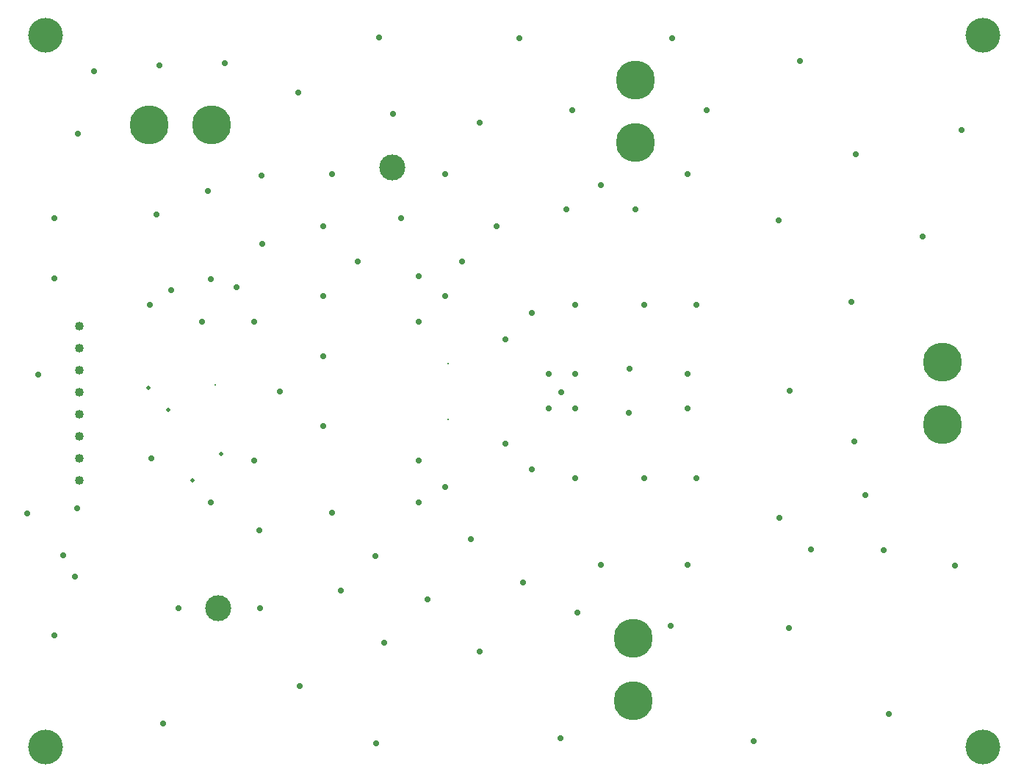
<source format=gbr>
%TF.GenerationSoftware,Altium Limited,Altium Designer,19.1.8 (144)*%
G04 Layer_Color=0*
%FSLAX26Y26*%
%MOIN*%
%TF.FileFunction,Plated,1,2,PTH,Drill*%
%TF.Part,Single*%
G01*
G75*
%TA.AperFunction,ComponentDrill*%
%ADD56C,0.177165*%
%ADD57C,0.177165*%
%ADD58C,0.040157*%
%TA.AperFunction,OtherDrill,Free Pad (941.142mil,786.417mil)*%
%ADD59C,0.118110*%
%TA.AperFunction,OtherDrill,Free Pad (1729.331mil,2786.417mil)*%
%ADD60C,0.118110*%
%TA.AperFunction,OtherDrill,Free Pad (4409.449mil,3385.827mil)*%
%ADD61C,0.157480*%
%TA.AperFunction,OtherDrill,Free Pad (157.48mil,3385.827mil)*%
%ADD62C,0.157480*%
%TA.AperFunction,OtherDrill,Free Pad (157.48mil,157.48mil)*%
%ADD63C,0.157480*%
%TA.AperFunction,OtherDrill,Free Pad (4409.449mil,157.48mil)*%
%ADD64C,0.157480*%
%TA.AperFunction,ViaDrill,NotFilled*%
%ADD65C,0.011811*%
%ADD66C,0.027992*%
%ADD67C,0.028000*%
%ADD68C,0.019685*%
D56*
X4228346Y1905512D02*
D03*
Y1622047D02*
D03*
X2822835Y366142D02*
D03*
Y649606D02*
D03*
X2834646Y2901575D02*
D03*
Y3185039D02*
D03*
D57*
X625984Y2980315D02*
D03*
X909449D02*
D03*
D58*
X310039Y2068700D02*
D03*
Y1968700D02*
D03*
Y1868700D02*
D03*
Y1768700D02*
D03*
Y1668700D02*
D03*
Y1568700D02*
D03*
Y1468700D02*
D03*
Y1368700D02*
D03*
D59*
X941142Y786417D02*
D03*
D60*
X1729331Y2786417D02*
D03*
D61*
X4409449Y3385827D02*
D03*
D62*
X157480D02*
D03*
D63*
Y157480D02*
D03*
D64*
X4409449D02*
D03*
D65*
X1984252Y1897638D02*
D03*
Y1645669D02*
D03*
X925197Y1799213D02*
D03*
D66*
X637795Y1468504D02*
D03*
X122047Y1846457D02*
D03*
X893701Y2681102D02*
D03*
X3157480Y3047244D02*
D03*
X2547244D02*
D03*
X726772Y2231102D02*
D03*
X759842Y787402D02*
D03*
X3488189Y1196850D02*
D03*
X2803150Y1673228D02*
D03*
X2807087Y1874016D02*
D03*
X2496063Y1767716D02*
D03*
X3000000Y3374016D02*
D03*
X2307087D02*
D03*
X1669291Y3377953D02*
D03*
X303150Y2940945D02*
D03*
X196850Y665354D02*
D03*
X688976Y263779D02*
D03*
X1657480Y173228D02*
D03*
X2492126Y196850D02*
D03*
X3370079Y185039D02*
D03*
X3531496Y696850D02*
D03*
X3984252Y307087D02*
D03*
X4283465Y980315D02*
D03*
X3826772Y1543307D02*
D03*
X3814961Y2177165D02*
D03*
X4137795Y2472441D02*
D03*
X4314961Y2956693D02*
D03*
X3834646Y2846457D02*
D03*
X3484252Y2547244D02*
D03*
X3578740Y3271653D02*
D03*
X3877953Y1299213D02*
D03*
X3960630Y1051181D02*
D03*
X3629921Y1055118D02*
D03*
X1303150Y3125984D02*
D03*
X1311024Y433071D02*
D03*
X74803Y1216535D02*
D03*
X236220Y1027559D02*
D03*
X299213Y1240158D02*
D03*
X673228Y3251968D02*
D03*
X377953Y3224409D02*
D03*
X968504Y3259843D02*
D03*
X661417Y2574803D02*
D03*
X1137795Y2751968D02*
D03*
X1125984Y1141732D02*
D03*
X1129921Y787402D02*
D03*
D67*
X629921Y2165354D02*
D03*
X866142Y2086614D02*
D03*
X196850Y2559055D02*
D03*
Y2283465D02*
D03*
X1141732Y2440945D02*
D03*
X1023622Y2244095D02*
D03*
X1220472Y1771653D02*
D03*
X1102362Y2086614D02*
D03*
Y1456693D02*
D03*
X2125984Y2992126D02*
D03*
X1968504Y2755905D02*
D03*
X1732284Y3031496D02*
D03*
X1456693Y2755905D02*
D03*
X1771653Y2559055D02*
D03*
X1417323Y2519685D02*
D03*
X1574803Y2362205D02*
D03*
X1417323Y2204724D02*
D03*
Y1614173D02*
D03*
Y1929134D02*
D03*
X3070866Y2755905D02*
D03*
X2677165Y2708661D02*
D03*
X2834646Y2598425D02*
D03*
X2519685D02*
D03*
X2204724Y2519685D02*
D03*
X2047244Y2362205D02*
D03*
X1968504Y2204724D02*
D03*
X1850394Y2086614D02*
D03*
X2992126Y708661D02*
D03*
X3070866Y984252D02*
D03*
X2677165D02*
D03*
X2570866Y767716D02*
D03*
X2322835Y905512D02*
D03*
X2086614Y1102362D02*
D03*
X1968504Y1338583D02*
D03*
X1850394Y1456693D02*
D03*
X1692913Y629921D02*
D03*
X1496063Y866142D02*
D03*
X2125984Y590551D02*
D03*
X1889764Y826772D02*
D03*
X1653543Y1023622D02*
D03*
X1456693Y1220472D02*
D03*
X3110236Y2165354D02*
D03*
X2874016D02*
D03*
X2559055D02*
D03*
X2362205Y2125984D02*
D03*
X2244095Y2007874D02*
D03*
X2559055Y1692913D02*
D03*
Y1850394D02*
D03*
X3070866D02*
D03*
Y1692913D02*
D03*
X2440945D02*
D03*
Y1850394D02*
D03*
X3110236Y1377953D02*
D03*
X2874016D02*
D03*
X2559055D02*
D03*
X2362205Y1417323D02*
D03*
X2244095Y1535433D02*
D03*
X905512Y2279724D02*
D03*
X289370Y929134D02*
D03*
X1851378Y2295276D02*
D03*
X905512Y1267716D02*
D03*
X1849409D02*
D03*
X3532480Y1773622D02*
D03*
D68*
X622047Y1787402D02*
D03*
X712598Y1688976D02*
D03*
X952756Y1488189D02*
D03*
X822835Y1366142D02*
D03*
%TF.MD5,155d602b69a645b6943092bf3b6dcb4c*%
M02*

</source>
